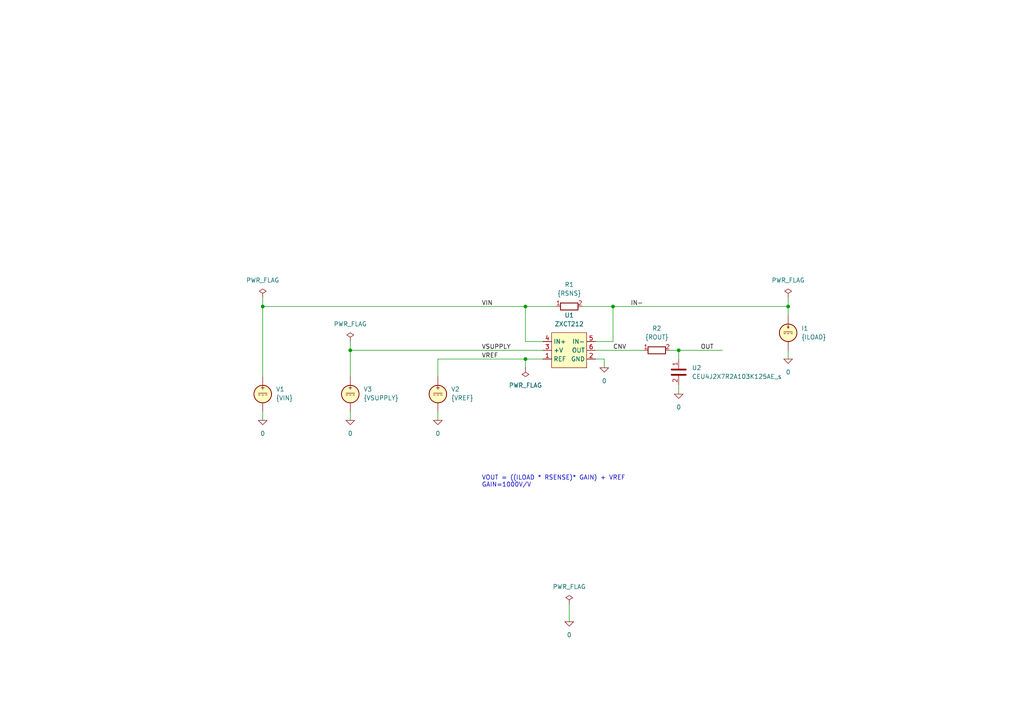
<source format=kicad_sch>
(kicad_sch
	(version 20250114)
	(generator "eeschema")
	(generator_version "9.0")
	(uuid "981ff9ae-2cfa-4a49-acb4-4db879f181a0")
	(paper "A4")
	(title_block
		(title "26V, Zero-Drift, High-Precision Current Monitor. 1000V/V.")
		(date "2025-06-23")
		(rev "1")
		(company "astroelectronic@")
		(comment 1 "-")
		(comment 2 "-")
		(comment 3 "-")
		(comment 4 "AE01001212")
	)
	(lib_symbols
		(symbol "ZXCT212:0"
			(power)
			(pin_numbers
				(hide yes)
			)
			(pin_names
				(offset 0)
				(hide yes)
			)
			(exclude_from_sim no)
			(in_bom yes)
			(on_board yes)
			(property "Reference" "#GND"
				(at 0 -5.08 0)
				(effects
					(font
						(size 1.27 1.27)
					)
					(hide yes)
				)
			)
			(property "Value" "0"
				(at 0 -2.54 0)
				(effects
					(font
						(size 1.27 1.27)
					)
				)
			)
			(property "Footprint" ""
				(at 0 0 0)
				(effects
					(font
						(size 1.27 1.27)
					)
					(hide yes)
				)
			)
			(property "Datasheet" "https://ngspice.sourceforge.io/docs/ngspice-html-manual/manual.xhtml#subsec_Circuit_elements__device"
				(at 0 -10.16 0)
				(effects
					(font
						(size 1.27 1.27)
					)
					(hide yes)
				)
			)
			(property "Description" "0V reference potential for simulation"
				(at 0 -7.62 0)
				(effects
					(font
						(size 1.27 1.27)
					)
					(hide yes)
				)
			)
			(property "ki_keywords" "simulation"
				(at 0 0 0)
				(effects
					(font
						(size 1.27 1.27)
					)
					(hide yes)
				)
			)
			(symbol "0_0_1"
				(polyline
					(pts
						(xy -1.27 0) (xy 0 -1.27) (xy 1.27 0) (xy -1.27 0)
					)
					(stroke
						(width 0)
						(type default)
					)
					(fill
						(type none)
					)
				)
			)
			(symbol "0_1_1"
				(pin power_in line
					(at 0 0 0)
					(length 0)
					(name "~"
						(effects
							(font
								(size 1.016 1.016)
							)
						)
					)
					(number "1"
						(effects
							(font
								(size 1.016 1.016)
							)
						)
					)
				)
			)
			(embedded_fonts no)
		)
		(symbol "ZXCT212:C"
			(pin_names
				(offset 0.254)
				(hide yes)
			)
			(exclude_from_sim no)
			(in_bom yes)
			(on_board yes)
			(property "Reference" "C"
				(at 0.635 2.54 0)
				(effects
					(font
						(size 1.27 1.27)
					)
					(justify left)
				)
			)
			(property "Value" "C"
				(at 0.635 -2.54 0)
				(effects
					(font
						(size 1.27 1.27)
					)
					(justify left)
				)
			)
			(property "Footprint" ""
				(at 0.9652 -3.81 0)
				(effects
					(font
						(size 1.27 1.27)
					)
					(hide yes)
				)
			)
			(property "Datasheet" "~"
				(at 0 0 0)
				(effects
					(font
						(size 1.27 1.27)
					)
					(hide yes)
				)
			)
			(property "Description" "Unpolarized capacitor"
				(at 0 0 0)
				(effects
					(font
						(size 1.27 1.27)
					)
					(hide yes)
				)
			)
			(property "ki_keywords" "cap capacitor"
				(at 0 0 0)
				(effects
					(font
						(size 1.27 1.27)
					)
					(hide yes)
				)
			)
			(property "ki_fp_filters" "C_*"
				(at 0 0 0)
				(effects
					(font
						(size 1.27 1.27)
					)
					(hide yes)
				)
			)
			(symbol "C_0_1"
				(polyline
					(pts
						(xy -2.032 0.762) (xy 2.032 0.762)
					)
					(stroke
						(width 0.508)
						(type default)
					)
					(fill
						(type none)
					)
				)
				(polyline
					(pts
						(xy -2.032 -0.762) (xy 2.032 -0.762)
					)
					(stroke
						(width 0.508)
						(type default)
					)
					(fill
						(type none)
					)
				)
			)
			(symbol "C_1_1"
				(pin passive line
					(at 0 3.81 270)
					(length 2.794)
					(name "~"
						(effects
							(font
								(size 1.27 1.27)
							)
						)
					)
					(number "1"
						(effects
							(font
								(size 1.27 1.27)
							)
						)
					)
				)
				(pin passive line
					(at 0 -3.81 90)
					(length 2.794)
					(name "~"
						(effects
							(font
								(size 1.27 1.27)
							)
						)
					)
					(number "2"
						(effects
							(font
								(size 1.27 1.27)
							)
						)
					)
				)
			)
			(embedded_fonts no)
		)
		(symbol "ZXCT212:IDC"
			(pin_numbers
				(hide yes)
			)
			(pin_names
				(offset 0.0254)
			)
			(exclude_from_sim no)
			(in_bom yes)
			(on_board yes)
			(property "Reference" "I"
				(at 2.54 2.54 0)
				(effects
					(font
						(size 1.27 1.27)
					)
					(justify left)
				)
			)
			(property "Value" "1"
				(at 2.54 0 0)
				(effects
					(font
						(size 1.27 1.27)
					)
					(justify left)
				)
			)
			(property "Footprint" ""
				(at 0 0 0)
				(effects
					(font
						(size 1.27 1.27)
					)
					(hide yes)
				)
			)
			(property "Datasheet" "https://ngspice.sourceforge.io/docs/ngspice-html-manual/manual.xhtml#sec_Independent_Sources_for"
				(at 0 0 0)
				(effects
					(font
						(size 1.27 1.27)
					)
					(hide yes)
				)
			)
			(property "Description" "Current source, DC"
				(at 0 0 0)
				(effects
					(font
						(size 1.27 1.27)
					)
					(hide yes)
				)
			)
			(property "Sim.Pins" "1=+ 2=-"
				(at 0 0 0)
				(effects
					(font
						(size 1.27 1.27)
					)
					(hide yes)
				)
			)
			(property "Sim.Type" "DC"
				(at 0 0 0)
				(effects
					(font
						(size 1.27 1.27)
					)
					(hide yes)
				)
			)
			(property "Sim.Device" "I"
				(at 0 0 0)
				(effects
					(font
						(size 1.27 1.27)
					)
					(hide yes)
				)
			)
			(property "ki_keywords" "simulation"
				(at 0 0 0)
				(effects
					(font
						(size 1.27 1.27)
					)
					(hide yes)
				)
			)
			(symbol "IDC_0_0"
				(polyline
					(pts
						(xy -1.27 0.254) (xy 1.27 0.254)
					)
					(stroke
						(width 0)
						(type default)
					)
					(fill
						(type none)
					)
				)
				(polyline
					(pts
						(xy -0.762 -0.254) (xy -1.27 -0.254)
					)
					(stroke
						(width 0)
						(type default)
					)
					(fill
						(type none)
					)
				)
				(polyline
					(pts
						(xy 0.254 -0.254) (xy -0.254 -0.254)
					)
					(stroke
						(width 0)
						(type default)
					)
					(fill
						(type none)
					)
				)
				(polyline
					(pts
						(xy 1.27 -0.254) (xy 0.762 -0.254)
					)
					(stroke
						(width 0)
						(type default)
					)
					(fill
						(type none)
					)
				)
			)
			(symbol "IDC_0_1"
				(polyline
					(pts
						(xy -0.254 1.778) (xy 0 1.27) (xy 0.254 1.778)
					)
					(stroke
						(width 0)
						(type default)
					)
					(fill
						(type none)
					)
				)
				(polyline
					(pts
						(xy 0 1.27) (xy 0 2.286)
					)
					(stroke
						(width 0)
						(type default)
					)
					(fill
						(type none)
					)
				)
				(circle
					(center 0 0)
					(radius 2.54)
					(stroke
						(width 0.254)
						(type default)
					)
					(fill
						(type background)
					)
				)
			)
			(symbol "IDC_1_1"
				(pin passive line
					(at 0 5.08 270)
					(length 2.54)
					(name "~"
						(effects
							(font
								(size 1.27 1.27)
							)
						)
					)
					(number "1"
						(effects
							(font
								(size 1.27 1.27)
							)
						)
					)
				)
				(pin passive line
					(at 0 -5.08 90)
					(length 2.54)
					(name "~"
						(effects
							(font
								(size 1.27 1.27)
							)
						)
					)
					(number "2"
						(effects
							(font
								(size 1.27 1.27)
							)
						)
					)
				)
			)
			(embedded_fonts no)
		)
		(symbol "ZXCT212:PWR_FLAG"
			(power)
			(pin_numbers
				(hide yes)
			)
			(pin_names
				(offset 0)
				(hide yes)
			)
			(exclude_from_sim no)
			(in_bom yes)
			(on_board yes)
			(property "Reference" "#FLG"
				(at 0 1.905 0)
				(effects
					(font
						(size 1.27 1.27)
					)
					(hide yes)
				)
			)
			(property "Value" "PWR_FLAG"
				(at 0 3.81 0)
				(effects
					(font
						(size 1.27 1.27)
					)
				)
			)
			(property "Footprint" ""
				(at 0 0 0)
				(effects
					(font
						(size 1.27 1.27)
					)
					(hide yes)
				)
			)
			(property "Datasheet" "~"
				(at 0 0 0)
				(effects
					(font
						(size 1.27 1.27)
					)
					(hide yes)
				)
			)
			(property "Description" "Special symbol for telling ERC where power comes from"
				(at 0 0 0)
				(effects
					(font
						(size 1.27 1.27)
					)
					(hide yes)
				)
			)
			(property "ki_keywords" "flag power"
				(at 0 0 0)
				(effects
					(font
						(size 1.27 1.27)
					)
					(hide yes)
				)
			)
			(symbol "PWR_FLAG_0_0"
				(pin power_out line
					(at 0 0 90)
					(length 0)
					(name "~"
						(effects
							(font
								(size 1.27 1.27)
							)
						)
					)
					(number "1"
						(effects
							(font
								(size 1.27 1.27)
							)
						)
					)
				)
			)
			(symbol "PWR_FLAG_0_1"
				(polyline
					(pts
						(xy 0 0) (xy 0 1.27) (xy -1.016 1.905) (xy 0 2.54) (xy 1.016 1.905) (xy 0 1.27)
					)
					(stroke
						(width 0)
						(type default)
					)
					(fill
						(type none)
					)
				)
			)
			(embedded_fonts no)
		)
		(symbol "ZXCT212:R"
			(pin_names
				(offset 0)
				(hide yes)
			)
			(exclude_from_sim no)
			(in_bom yes)
			(on_board yes)
			(property "Reference" "R"
				(at 2.032 0 90)
				(effects
					(font
						(size 1.27 1.27)
					)
				)
			)
			(property "Value" "R"
				(at 0 0 90)
				(effects
					(font
						(size 1.27 1.27)
					)
				)
			)
			(property "Footprint" ""
				(at -1.778 0 90)
				(effects
					(font
						(size 1.27 1.27)
					)
					(hide yes)
				)
			)
			(property "Datasheet" "~"
				(at 0 0 0)
				(effects
					(font
						(size 1.27 1.27)
					)
					(hide yes)
				)
			)
			(property "Description" "Resistor"
				(at 0 0 0)
				(effects
					(font
						(size 1.27 1.27)
					)
					(hide yes)
				)
			)
			(property "ki_keywords" "R res resistor"
				(at 0 0 0)
				(effects
					(font
						(size 1.27 1.27)
					)
					(hide yes)
				)
			)
			(property "ki_fp_filters" "R_*"
				(at 0 0 0)
				(effects
					(font
						(size 1.27 1.27)
					)
					(hide yes)
				)
			)
			(symbol "R_0_1"
				(rectangle
					(start -1.016 -2.54)
					(end 1.016 2.54)
					(stroke
						(width 0.254)
						(type default)
					)
					(fill
						(type none)
					)
				)
			)
			(symbol "R_1_1"
				(pin passive line
					(at 0 3.81 270)
					(length 1.27)
					(name "~"
						(effects
							(font
								(size 1.27 1.27)
							)
						)
					)
					(number "1"
						(effects
							(font
								(size 1.27 1.27)
							)
						)
					)
				)
				(pin passive line
					(at 0 -3.81 90)
					(length 1.27)
					(name "~"
						(effects
							(font
								(size 1.27 1.27)
							)
						)
					)
					(number "2"
						(effects
							(font
								(size 1.27 1.27)
							)
						)
					)
				)
			)
			(embedded_fonts no)
		)
		(symbol "ZXCT212:VDC"
			(pin_numbers
				(hide yes)
			)
			(pin_names
				(offset 0.0254)
			)
			(exclude_from_sim no)
			(in_bom yes)
			(on_board yes)
			(property "Reference" "V"
				(at 2.54 2.54 0)
				(effects
					(font
						(size 1.27 1.27)
					)
					(justify left)
				)
			)
			(property "Value" "1"
				(at 2.54 0 0)
				(effects
					(font
						(size 1.27 1.27)
					)
					(justify left)
				)
			)
			(property "Footprint" ""
				(at 0 0 0)
				(effects
					(font
						(size 1.27 1.27)
					)
					(hide yes)
				)
			)
			(property "Datasheet" "https://ngspice.sourceforge.io/docs/ngspice-html-manual/manual.xhtml#sec_Independent_Sources_for"
				(at 0 0 0)
				(effects
					(font
						(size 1.27 1.27)
					)
					(hide yes)
				)
			)
			(property "Description" "Voltage source, DC"
				(at 0 0 0)
				(effects
					(font
						(size 1.27 1.27)
					)
					(hide yes)
				)
			)
			(property "Sim.Pins" "1=+ 2=-"
				(at 0 0 0)
				(effects
					(font
						(size 1.27 1.27)
					)
					(hide yes)
				)
			)
			(property "Sim.Type" "DC"
				(at 0 0 0)
				(effects
					(font
						(size 1.27 1.27)
					)
					(hide yes)
				)
			)
			(property "Sim.Device" "V"
				(at 0 0 0)
				(effects
					(font
						(size 1.27 1.27)
					)
					(justify left)
					(hide yes)
				)
			)
			(property "ki_keywords" "simulation"
				(at 0 0 0)
				(effects
					(font
						(size 1.27 1.27)
					)
					(hide yes)
				)
			)
			(symbol "VDC_0_0"
				(polyline
					(pts
						(xy -1.27 0.254) (xy 1.27 0.254)
					)
					(stroke
						(width 0)
						(type default)
					)
					(fill
						(type none)
					)
				)
				(polyline
					(pts
						(xy -0.762 -0.254) (xy -1.27 -0.254)
					)
					(stroke
						(width 0)
						(type default)
					)
					(fill
						(type none)
					)
				)
				(polyline
					(pts
						(xy 0.254 -0.254) (xy -0.254 -0.254)
					)
					(stroke
						(width 0)
						(type default)
					)
					(fill
						(type none)
					)
				)
				(polyline
					(pts
						(xy 1.27 -0.254) (xy 0.762 -0.254)
					)
					(stroke
						(width 0)
						(type default)
					)
					(fill
						(type none)
					)
				)
				(text "+"
					(at 0 1.905 0)
					(effects
						(font
							(size 1.27 1.27)
						)
					)
				)
			)
			(symbol "VDC_0_1"
				(circle
					(center 0 0)
					(radius 2.54)
					(stroke
						(width 0.254)
						(type default)
					)
					(fill
						(type background)
					)
				)
			)
			(symbol "VDC_1_1"
				(pin passive line
					(at 0 5.08 270)
					(length 2.54)
					(name "~"
						(effects
							(font
								(size 1.27 1.27)
							)
						)
					)
					(number "1"
						(effects
							(font
								(size 1.27 1.27)
							)
						)
					)
				)
				(pin passive line
					(at 0 -5.08 90)
					(length 2.54)
					(name "~"
						(effects
							(font
								(size 1.27 1.27)
							)
						)
					)
					(number "2"
						(effects
							(font
								(size 1.27 1.27)
							)
						)
					)
				)
			)
			(embedded_fonts no)
		)
		(symbol "ZXCT212:ZXCT212"
			(exclude_from_sim no)
			(in_bom yes)
			(on_board yes)
			(property "Reference" "U"
				(at 0 8.636 0)
				(effects
					(font
						(size 1.27 1.27)
					)
				)
			)
			(property "Value" "ZXCT212"
				(at 0 6.35 0)
				(effects
					(font
						(size 1.27 1.27)
					)
				)
			)
			(property "Footprint" ""
				(at 0 0 0)
				(effects
					(font
						(size 1.27 1.27)
					)
					(hide yes)
				)
			)
			(property "Datasheet" ""
				(at 0 0 0)
				(effects
					(font
						(size 1.27 1.27)
					)
					(hide yes)
				)
			)
			(property "Description" ""
				(at 0 0 0)
				(effects
					(font
						(size 1.27 1.27)
					)
					(hide yes)
				)
			)
			(symbol "ZXCT212_1_1"
				(rectangle
					(start -5.08 5.08)
					(end 5.08 -5.08)
					(stroke
						(width 0)
						(type solid)
					)
					(fill
						(type background)
					)
				)
				(pin passive line
					(at -7.62 2.54 0)
					(length 2.54)
					(name "IN+"
						(effects
							(font
								(size 1.27 1.27)
							)
						)
					)
					(number "4"
						(effects
							(font
								(size 1.27 1.27)
							)
						)
					)
				)
				(pin passive line
					(at -7.62 0 0)
					(length 2.54)
					(name "+V"
						(effects
							(font
								(size 1.27 1.27)
							)
						)
					)
					(number "3"
						(effects
							(font
								(size 1.27 1.27)
							)
						)
					)
				)
				(pin passive line
					(at -7.62 -2.54 0)
					(length 2.54)
					(name "REF"
						(effects
							(font
								(size 1.27 1.27)
							)
						)
					)
					(number "1"
						(effects
							(font
								(size 1.27 1.27)
							)
						)
					)
				)
				(pin passive line
					(at 7.62 2.54 180)
					(length 2.54)
					(name "IN-"
						(effects
							(font
								(size 1.27 1.27)
							)
						)
					)
					(number "5"
						(effects
							(font
								(size 1.27 1.27)
							)
						)
					)
				)
				(pin passive line
					(at 7.62 0 180)
					(length 2.54)
					(name "OUT"
						(effects
							(font
								(size 1.27 1.27)
							)
						)
					)
					(number "6"
						(effects
							(font
								(size 1.27 1.27)
							)
						)
					)
				)
				(pin passive line
					(at 7.62 -2.54 180)
					(length 2.54)
					(name "GND"
						(effects
							(font
								(size 1.27 1.27)
							)
						)
					)
					(number "2"
						(effects
							(font
								(size 1.27 1.27)
							)
						)
					)
				)
			)
			(embedded_fonts no)
		)
	)
	(text "VOUT = ((ILOAD * RSENSE)* GAIN) + VREF\nGAIN=1000V/V"
		(exclude_from_sim no)
		(at 139.7 139.7 0)
		(effects
			(font
				(size 1.27 1.27)
			)
			(justify left)
		)
		(uuid "6fcb0ea6-ae3f-4cd9-b951-a965147ee11a")
	)
	(junction
		(at 101.6 101.6)
		(diameter 0)
		(color 0 0 0 0)
		(uuid "17d3ce86-62f2-4dc7-954c-cf324ce409c6")
	)
	(junction
		(at 177.8 88.9)
		(diameter 0)
		(color 0 0 0 0)
		(uuid "3e716419-7dd9-4795-b719-0593342994af")
	)
	(junction
		(at 228.6 88.9)
		(diameter 0)
		(color 0 0 0 0)
		(uuid "3eb441d3-d684-48c2-af3f-3e46a2096f35")
	)
	(junction
		(at 196.85 101.6)
		(diameter 0)
		(color 0 0 0 0)
		(uuid "6a559c88-9dba-42f2-97a4-beaf12f568a8")
	)
	(junction
		(at 76.2 88.9)
		(diameter 0)
		(color 0 0 0 0)
		(uuid "dae68341-6819-42f0-bf39-5383fb3c050b")
	)
	(junction
		(at 152.4 88.9)
		(diameter 0)
		(color 0 0 0 0)
		(uuid "ef7b06ae-92b4-47a2-bea5-b538742231a8")
	)
	(junction
		(at 152.4 104.14)
		(diameter 0)
		(color 0 0 0 0)
		(uuid "f2f3e00f-a700-47f4-b265-48090282189e")
	)
	(wire
		(pts
			(xy 101.6 101.6) (xy 157.48 101.6)
		)
		(stroke
			(width 0)
			(type default)
		)
		(uuid "0d12567a-808a-4213-bdc5-256e48e9d432")
	)
	(wire
		(pts
			(xy 165.1 175.26) (xy 165.1 180.34)
		)
		(stroke
			(width 0)
			(type default)
		)
		(uuid "12de29be-1b47-4128-84b7-b22abea284e7")
	)
	(wire
		(pts
			(xy 101.6 99.06) (xy 101.6 101.6)
		)
		(stroke
			(width 0)
			(type default)
		)
		(uuid "1a880b4b-a0a5-429f-8f30-13cba8e9b01e")
	)
	(wire
		(pts
			(xy 196.85 101.6) (xy 196.85 104.14)
		)
		(stroke
			(width 0)
			(type default)
		)
		(uuid "21661423-3c19-45e5-9e23-8bfb4186bd71")
	)
	(wire
		(pts
			(xy 177.8 99.06) (xy 177.8 88.9)
		)
		(stroke
			(width 0)
			(type default)
		)
		(uuid "3e8da7b3-9a55-4b20-a78b-d9d533461b73")
	)
	(wire
		(pts
			(xy 228.6 88.9) (xy 228.6 91.44)
		)
		(stroke
			(width 0)
			(type default)
		)
		(uuid "41c1114f-d731-4fe4-8b8b-8734074f1822")
	)
	(wire
		(pts
			(xy 194.31 101.6) (xy 196.85 101.6)
		)
		(stroke
			(width 0)
			(type default)
		)
		(uuid "4640ca11-19d3-45a4-bb73-5e1881e180fe")
	)
	(wire
		(pts
			(xy 127 119.38) (xy 127 121.92)
		)
		(stroke
			(width 0)
			(type default)
		)
		(uuid "5058f090-f959-4253-9972-d41ab0cbcb05")
	)
	(wire
		(pts
			(xy 127 104.14) (xy 152.4 104.14)
		)
		(stroke
			(width 0)
			(type default)
		)
		(uuid "5135c727-596f-48e6-bee3-d655556539c5")
	)
	(wire
		(pts
			(xy 76.2 119.38) (xy 76.2 121.92)
		)
		(stroke
			(width 0)
			(type default)
		)
		(uuid "5761f0dc-2b0b-49ab-975f-79f62f8607df")
	)
	(wire
		(pts
			(xy 152.4 104.14) (xy 157.48 104.14)
		)
		(stroke
			(width 0)
			(type default)
		)
		(uuid "5c3be94d-29f0-40f0-bbd1-bf7749ee4960")
	)
	(wire
		(pts
			(xy 101.6 119.38) (xy 101.6 121.92)
		)
		(stroke
			(width 0)
			(type default)
		)
		(uuid "6b38f3cd-c6f8-48b6-b50f-4990eb8d67c9")
	)
	(wire
		(pts
			(xy 228.6 101.6) (xy 228.6 104.14)
		)
		(stroke
			(width 0)
			(type default)
		)
		(uuid "6c67b911-e595-4d48-a216-c9ac19cd9044")
	)
	(wire
		(pts
			(xy 127 104.14) (xy 127 109.22)
		)
		(stroke
			(width 0)
			(type default)
		)
		(uuid "6e8daf17-557d-4b01-b496-0fb3bda59da7")
	)
	(wire
		(pts
			(xy 76.2 88.9) (xy 76.2 109.22)
		)
		(stroke
			(width 0)
			(type default)
		)
		(uuid "76c82cd2-c5aa-42eb-98ac-abe2f7b9d260")
	)
	(wire
		(pts
			(xy 172.72 101.6) (xy 186.69 101.6)
		)
		(stroke
			(width 0)
			(type default)
		)
		(uuid "7c7e8154-c684-4401-b04e-51e2d474ca15")
	)
	(wire
		(pts
			(xy 228.6 86.36) (xy 228.6 88.9)
		)
		(stroke
			(width 0)
			(type default)
		)
		(uuid "7e52453b-f99c-4502-b0b5-7df1fe1b15f2")
	)
	(wire
		(pts
			(xy 76.2 88.9) (xy 152.4 88.9)
		)
		(stroke
			(width 0)
			(type default)
		)
		(uuid "81bd6bac-7833-4701-b606-61cc3510140d")
	)
	(wire
		(pts
			(xy 196.85 111.76) (xy 196.85 114.3)
		)
		(stroke
			(width 0)
			(type default)
		)
		(uuid "83b0b982-d1d7-422d-b192-ac3e9c12026f")
	)
	(wire
		(pts
			(xy 152.4 104.14) (xy 152.4 106.68)
		)
		(stroke
			(width 0)
			(type default)
		)
		(uuid "83b1f381-ca14-4cb4-a3d6-220a4416306f")
	)
	(wire
		(pts
			(xy 175.26 106.68) (xy 175.26 104.14)
		)
		(stroke
			(width 0)
			(type default)
		)
		(uuid "871eb679-3761-498f-bd5f-197475f38a91")
	)
	(wire
		(pts
			(xy 152.4 99.06) (xy 152.4 88.9)
		)
		(stroke
			(width 0)
			(type default)
		)
		(uuid "882b1417-c7d7-4677-ace6-ab2442ab793a")
	)
	(wire
		(pts
			(xy 177.8 88.9) (xy 168.91 88.9)
		)
		(stroke
			(width 0)
			(type default)
		)
		(uuid "8c505edb-a4c5-49ba-9d2b-9153bdc579e9")
	)
	(wire
		(pts
			(xy 157.48 99.06) (xy 152.4 99.06)
		)
		(stroke
			(width 0)
			(type default)
		)
		(uuid "98fe6eec-9ada-42cc-89bb-9426dab8604c")
	)
	(wire
		(pts
			(xy 172.72 99.06) (xy 177.8 99.06)
		)
		(stroke
			(width 0)
			(type default)
		)
		(uuid "ab1748cd-9780-4293-8937-3390dd9f5ebe")
	)
	(wire
		(pts
			(xy 76.2 86.36) (xy 76.2 88.9)
		)
		(stroke
			(width 0)
			(type default)
		)
		(uuid "b8ac15ed-c7c5-4517-8fb0-f60fc3b4e56c")
	)
	(wire
		(pts
			(xy 177.8 88.9) (xy 228.6 88.9)
		)
		(stroke
			(width 0)
			(type default)
		)
		(uuid "d3e308f5-ed43-4039-84cb-4fe80cf0bd5f")
	)
	(wire
		(pts
			(xy 175.26 104.14) (xy 172.72 104.14)
		)
		(stroke
			(width 0)
			(type default)
		)
		(uuid "de2174e2-aaec-4178-9c5d-29fc95638968")
	)
	(wire
		(pts
			(xy 196.85 101.6) (xy 209.55 101.6)
		)
		(stroke
			(width 0)
			(type default)
		)
		(uuid "e427926f-e7ca-4759-9386-866e8a93737b")
	)
	(wire
		(pts
			(xy 101.6 101.6) (xy 101.6 109.22)
		)
		(stroke
			(width 0)
			(type default)
		)
		(uuid "e8ff1cd2-43db-480e-9c6b-5524c23aa4ca")
	)
	(wire
		(pts
			(xy 152.4 88.9) (xy 161.29 88.9)
		)
		(stroke
			(width 0)
			(type default)
		)
		(uuid "f4cec585-ee02-4826-82f8-e70fd9acc243")
	)
	(label "IN-"
		(at 182.88 88.9 0)
		(effects
			(font
				(size 1.27 1.27)
			)
			(justify left bottom)
		)
		(uuid "260b5f8c-207a-48ae-a04a-52b825cfaa56")
	)
	(label "OUT"
		(at 203.2 101.6 0)
		(effects
			(font
				(size 1.27 1.27)
			)
			(justify left bottom)
		)
		(uuid "2bdb1419-f800-4517-88c0-ee67a363542d")
	)
	(label "VREF"
		(at 139.7 104.14 0)
		(effects
			(font
				(size 1.27 1.27)
			)
			(justify left bottom)
		)
		(uuid "2c545c84-227c-4cb1-b9c3-855883e8b185")
	)
	(label "CNV"
		(at 177.8 101.6 0)
		(effects
			(font
				(size 1.27 1.27)
			)
			(justify left bottom)
		)
		(uuid "37d60ec4-be4d-4701-8735-3de388222515")
	)
	(label "VIN"
		(at 139.7 88.9 0)
		(effects
			(font
				(size 1.27 1.27)
			)
			(justify left bottom)
		)
		(uuid "b4229890-5192-4ced-99ac-9f5468a02a59")
	)
	(label "VSUPPLY"
		(at 139.7 101.6 0)
		(effects
			(font
				(size 1.27 1.27)
			)
			(justify left bottom)
		)
		(uuid "f823b127-c2d6-4ab7-8890-5862aaab7257")
	)
	(symbol
		(lib_id "ZXCT212:R")
		(at 165.1 88.9 90)
		(unit 1)
		(exclude_from_sim no)
		(in_bom yes)
		(on_board yes)
		(dnp no)
		(fields_autoplaced yes)
		(uuid "0c7cd91c-c0e7-4c64-adc8-61d938c1cda4")
		(property "Reference" "R1"
			(at 165.1 82.55 90)
			(effects
				(font
					(size 1.27 1.27)
				)
			)
		)
		(property "Value" "{RSNS}"
			(at 165.1 85.09 90)
			(effects
				(font
					(size 1.27 1.27)
				)
			)
		)
		(property "Footprint" ""
			(at 165.1 90.678 90)
			(effects
				(font
					(size 1.27 1.27)
				)
				(hide yes)
			)
		)
		(property "Datasheet" "~"
			(at 165.1 88.9 0)
			(effects
				(font
					(size 1.27 1.27)
				)
				(hide yes)
			)
		)
		(property "Description" "Resistor"
			(at 165.1 88.9 0)
			(effects
				(font
					(size 1.27 1.27)
				)
				(hide yes)
			)
		)
		(pin "2"
			(uuid "f3f21b90-08da-4eb0-bd89-61f241db5ebd")
		)
		(pin "1"
			(uuid "c0e3f967-b0f6-46f1-a443-dc201580d94e")
		)
		(instances
			(project "ZXCT212"
				(path "/981ff9ae-2cfa-4a49-acb4-4db879f181a0"
					(reference "R1")
					(unit 1)
				)
			)
		)
	)
	(symbol
		(lib_id "ZXCT212:0")
		(at 175.26 106.68 0)
		(unit 1)
		(exclude_from_sim no)
		(in_bom yes)
		(on_board yes)
		(dnp no)
		(fields_autoplaced yes)
		(uuid "1131f058-b6cd-40f2-aa93-900d693e5a89")
		(property "Reference" "#GND03"
			(at 175.26 111.76 0)
			(effects
				(font
					(size 1.27 1.27)
				)
				(hide yes)
			)
		)
		(property "Value" "0"
			(at 175.26 110.49 0)
			(effects
				(font
					(size 1.27 1.27)
				)
			)
		)
		(property "Footprint" ""
			(at 175.26 106.68 0)
			(effects
				(font
					(size 1.27 1.27)
				)
				(hide yes)
			)
		)
		(property "Datasheet" "https://ngspice.sourceforge.io/docs/ngspice-html-manual/manual.xhtml#subsec_Circuit_elements__device"
			(at 175.26 116.84 0)
			(effects
				(font
					(size 1.27 1.27)
				)
				(hide yes)
			)
		)
		(property "Description" "0V reference potential for simulation"
			(at 175.26 114.3 0)
			(effects
				(font
					(size 1.27 1.27)
				)
				(hide yes)
			)
		)
		(pin "1"
			(uuid "98fc72b7-5733-4bb5-b7ae-146d94d91e07")
		)
		(instances
			(project "ZXCT212"
				(path "/981ff9ae-2cfa-4a49-acb4-4db879f181a0"
					(reference "#GND03")
					(unit 1)
				)
			)
		)
	)
	(symbol
		(lib_id "ZXCT212:VDC")
		(at 101.6 114.3 0)
		(unit 1)
		(exclude_from_sim no)
		(in_bom yes)
		(on_board yes)
		(dnp no)
		(fields_autoplaced yes)
		(uuid "305af13e-e1c2-412b-ad8f-1e8c021c7630")
		(property "Reference" "V3"
			(at 105.41 112.9001 0)
			(effects
				(font
					(size 1.27 1.27)
				)
				(justify left)
			)
		)
		(property "Value" "{VSUPPLY}"
			(at 105.41 115.4401 0)
			(effects
				(font
					(size 1.27 1.27)
				)
				(justify left)
			)
		)
		(property "Footprint" ""
			(at 101.6 114.3 0)
			(effects
				(font
					(size 1.27 1.27)
				)
				(hide yes)
			)
		)
		(property "Datasheet" "https://ngspice.sourceforge.io/docs/ngspice-html-manual/manual.xhtml#sec_Independent_Sources_for"
			(at 101.6 114.3 0)
			(effects
				(font
					(size 1.27 1.27)
				)
				(hide yes)
			)
		)
		(property "Description" "Voltage source, DC"
			(at 101.6 114.3 0)
			(effects
				(font
					(size 1.27 1.27)
				)
				(hide yes)
			)
		)
		(property "Sim.Pins" "1=+ 2=-"
			(at 101.6 114.3 0)
			(effects
				(font
					(size 1.27 1.27)
				)
				(hide yes)
			)
		)
		(property "Sim.Type" "DC"
			(at 101.6 114.3 0)
			(effects
				(font
					(size 1.27 1.27)
				)
				(hide yes)
			)
		)
		(property "Sim.Device" "V"
			(at 101.6 114.3 0)
			(effects
				(font
					(size 1.27 1.27)
				)
				(justify left)
				(hide yes)
			)
		)
		(pin "1"
			(uuid "3ac4f2dd-88d2-4d82-a1be-5bf43375448a")
		)
		(pin "2"
			(uuid "e93c9aef-7d62-43a0-81c0-7536d160ee4d")
		)
		(instances
			(project "ZXCT212"
				(path "/981ff9ae-2cfa-4a49-acb4-4db879f181a0"
					(reference "V3")
					(unit 1)
				)
			)
		)
	)
	(symbol
		(lib_id "ZXCT212:ZXCT212")
		(at 165.1 101.6 0)
		(unit 1)
		(exclude_from_sim no)
		(in_bom yes)
		(on_board yes)
		(dnp no)
		(fields_autoplaced yes)
		(uuid "38921144-9da4-4c6c-a4d7-5fb5d90d1550")
		(property "Reference" "U1"
			(at 165.1 91.44 0)
			(effects
				(font
					(size 1.27 1.27)
				)
			)
		)
		(property "Value" "ZXCT212"
			(at 165.1 93.98 0)
			(effects
				(font
					(size 1.27 1.27)
				)
			)
		)
		(property "Footprint" ""
			(at 165.1 101.6 0)
			(effects
				(font
					(size 1.27 1.27)
				)
				(hide yes)
			)
		)
		(property "Datasheet" ""
			(at 165.1 101.6 0)
			(effects
				(font
					(size 1.27 1.27)
				)
				(hide yes)
			)
		)
		(property "Description" ""
			(at 165.1 101.6 0)
			(effects
				(font
					(size 1.27 1.27)
				)
				(hide yes)
			)
		)
		(property "Sim.Library" "ZXCT212.LIB"
			(at 165.1 101.6 0)
			(effects
				(font
					(size 1.27 1.27)
				)
				(hide yes)
			)
		)
		(property "Sim.Name" "ZXCT212"
			(at 165.1 101.6 0)
			(effects
				(font
					(size 1.27 1.27)
				)
				(hide yes)
			)
		)
		(property "Sim.Device" "SUBCKT"
			(at 165.1 101.6 0)
			(effects
				(font
					(size 1.27 1.27)
				)
				(hide yes)
			)
		)
		(property "Sim.Pins" "1=REF 2=GND 3=V+ 4=IN+ 5=IN- 6=OUT"
			(at 165.1 101.6 0)
			(effects
				(font
					(size 1.27 1.27)
				)
				(hide yes)
			)
		)
		(pin "1"
			(uuid "be562507-9140-4413-8171-9b219e2c6229")
		)
		(pin "5"
			(uuid "bbe46fa0-4917-4925-9b45-c8f2de1ff252")
		)
		(pin "6"
			(uuid "76ea590f-057c-498f-a56f-7c7c83dd97df")
		)
		(pin "3"
			(uuid "84e93558-0fb8-4d68-ad70-8409de0ea7de")
		)
		(pin "4"
			(uuid "386eac50-d972-4a04-9e21-ebc158f12937")
		)
		(pin "2"
			(uuid "4712b502-c337-4fb7-9b1a-f32a0a6708ee")
		)
		(instances
			(project ""
				(path "/981ff9ae-2cfa-4a49-acb4-4db879f181a0"
					(reference "U1")
					(unit 1)
				)
			)
		)
	)
	(symbol
		(lib_id "ZXCT212:R")
		(at 190.5 101.6 90)
		(unit 1)
		(exclude_from_sim no)
		(in_bom yes)
		(on_board yes)
		(dnp no)
		(fields_autoplaced yes)
		(uuid "433e41b9-94f5-4a9a-ab82-c3426a2f00d5")
		(property "Reference" "R2"
			(at 190.5 95.25 90)
			(effects
				(font
					(size 1.27 1.27)
				)
			)
		)
		(property "Value" "{ROUT}"
			(at 190.5 97.79 90)
			(effects
				(font
					(size 1.27 1.27)
				)
			)
		)
		(property "Footprint" ""
			(at 190.5 103.378 90)
			(effects
				(font
					(size 1.27 1.27)
				)
				(hide yes)
			)
		)
		(property "Datasheet" "~"
			(at 190.5 101.6 0)
			(effects
				(font
					(size 1.27 1.27)
				)
				(hide yes)
			)
		)
		(property "Description" "Resistor"
			(at 190.5 101.6 0)
			(effects
				(font
					(size 1.27 1.27)
				)
				(hide yes)
			)
		)
		(pin "1"
			(uuid "1ff46e8e-c297-454c-b2c3-e485f03ec0e0")
		)
		(pin "2"
			(uuid "22080368-1c3f-47a2-b5af-be61e27138ec")
		)
		(instances
			(project "ZXCT212"
				(path "/981ff9ae-2cfa-4a49-acb4-4db879f181a0"
					(reference "R2")
					(unit 1)
				)
			)
		)
	)
	(symbol
		(lib_id "ZXCT212:VDC")
		(at 127 114.3 0)
		(unit 1)
		(exclude_from_sim no)
		(in_bom yes)
		(on_board yes)
		(dnp no)
		(fields_autoplaced yes)
		(uuid "50c67927-cf69-4f2d-8485-0d6ab0f6578c")
		(property "Reference" "V2"
			(at 130.81 112.9001 0)
			(effects
				(font
					(size 1.27 1.27)
				)
				(justify left)
			)
		)
		(property "Value" "{VREF}"
			(at 130.81 115.4401 0)
			(effects
				(font
					(size 1.27 1.27)
				)
				(justify left)
			)
		)
		(property "Footprint" ""
			(at 127 114.3 0)
			(effects
				(font
					(size 1.27 1.27)
				)
				(hide yes)
			)
		)
		(property "Datasheet" "https://ngspice.sourceforge.io/docs/ngspice-html-manual/manual.xhtml#sec_Independent_Sources_for"
			(at 127 114.3 0)
			(effects
				(font
					(size 1.27 1.27)
				)
				(hide yes)
			)
		)
		(property "Description" "Voltage source, DC"
			(at 127 114.3 0)
			(effects
				(font
					(size 1.27 1.27)
				)
				(hide yes)
			)
		)
		(property "Sim.Pins" "1=+ 2=-"
			(at 127 114.3 0)
			(effects
				(font
					(size 1.27 1.27)
				)
				(hide yes)
			)
		)
		(property "Sim.Type" "DC"
			(at 127 114.3 0)
			(effects
				(font
					(size 1.27 1.27)
				)
				(hide yes)
			)
		)
		(property "Sim.Device" "V"
			(at 127 114.3 0)
			(effects
				(font
					(size 1.27 1.27)
				)
				(justify left)
				(hide yes)
			)
		)
		(pin "1"
			(uuid "3629ff4d-9bb1-48b4-be7f-b29f72b47046")
		)
		(pin "2"
			(uuid "eaf1f530-9dd1-4817-9fc2-1e9bc2d70c3a")
		)
		(instances
			(project "ZXCT212"
				(path "/981ff9ae-2cfa-4a49-acb4-4db879f181a0"
					(reference "V2")
					(unit 1)
				)
			)
		)
	)
	(symbol
		(lib_id "ZXCT212:C")
		(at 196.85 107.95 0)
		(unit 1)
		(exclude_from_sim no)
		(in_bom yes)
		(on_board yes)
		(dnp no)
		(fields_autoplaced yes)
		(uuid "55e7f736-2a84-4b0b-ad25-6cf0456dd4be")
		(property "Reference" "U2"
			(at 200.66 106.6799 0)
			(effects
				(font
					(size 1.27 1.27)
				)
				(justify left)
			)
		)
		(property "Value" "CEU4J2X7R2A103K125AE_s"
			(at 200.66 109.2199 0)
			(effects
				(font
					(size 1.27 1.27)
				)
				(justify left)
			)
		)
		(property "Footprint" ""
			(at 197.8152 111.76 0)
			(effects
				(font
					(size 1.27 1.27)
				)
				(hide yes)
			)
		)
		(property "Datasheet" "~"
			(at 196.85 107.95 0)
			(effects
				(font
					(size 1.27 1.27)
				)
				(hide yes)
			)
		)
		(property "Description" "Unpolarized capacitor"
			(at 196.85 107.95 0)
			(effects
				(font
					(size 1.27 1.27)
				)
				(hide yes)
			)
		)
		(property "Sim.Library" "CEU4J2X7R2A103K125AE_s.mod"
			(at 196.85 107.95 0)
			(effects
				(font
					(size 1.27 1.27)
				)
				(hide yes)
			)
		)
		(property "Sim.Name" "CEU4J2X7R2A103K125AE_s"
			(at 196.85 107.95 0)
			(effects
				(font
					(size 1.27 1.27)
				)
				(hide yes)
			)
		)
		(property "Sim.Device" "SUBCKT"
			(at 196.85 107.95 0)
			(effects
				(font
					(size 1.27 1.27)
				)
				(hide yes)
			)
		)
		(property "Sim.Pins" "1=n1 2=n2"
			(at 196.85 107.95 0)
			(effects
				(font
					(size 1.27 1.27)
				)
				(hide yes)
			)
		)
		(pin "1"
			(uuid "fb4d61ac-2e94-4233-8fd0-3d38e63a5754")
		)
		(pin "2"
			(uuid "01176ea5-5ba5-47ac-ac91-9a04e60d24de")
		)
		(instances
			(project "ZXCT212"
				(path "/981ff9ae-2cfa-4a49-acb4-4db879f181a0"
					(reference "U2")
					(unit 1)
				)
			)
		)
	)
	(symbol
		(lib_id "ZXCT212:PWR_FLAG")
		(at 101.6 99.06 0)
		(unit 1)
		(exclude_from_sim no)
		(in_bom yes)
		(on_board yes)
		(dnp no)
		(fields_autoplaced yes)
		(uuid "5d763938-ae1d-443c-8a6d-f7a0d87cbf62")
		(property "Reference" "#FLG02"
			(at 101.6 97.155 0)
			(effects
				(font
					(size 1.27 1.27)
				)
				(hide yes)
			)
		)
		(property "Value" "PWR_FLAG"
			(at 101.6 93.98 0)
			(effects
				(font
					(size 1.27 1.27)
				)
			)
		)
		(property "Footprint" ""
			(at 101.6 99.06 0)
			(effects
				(font
					(size 1.27 1.27)
				)
				(hide yes)
			)
		)
		(property "Datasheet" "~"
			(at 101.6 99.06 0)
			(effects
				(font
					(size 1.27 1.27)
				)
				(hide yes)
			)
		)
		(property "Description" "Special symbol for telling ERC where power comes from"
			(at 101.6 99.06 0)
			(effects
				(font
					(size 1.27 1.27)
				)
				(hide yes)
			)
		)
		(pin "1"
			(uuid "0475346e-99e2-428b-a6aa-b630ac36b211")
		)
		(instances
			(project "ZXCT212"
				(path "/981ff9ae-2cfa-4a49-acb4-4db879f181a0"
					(reference "#FLG02")
					(unit 1)
				)
			)
		)
	)
	(symbol
		(lib_id "ZXCT212:PWR_FLAG")
		(at 76.2 86.36 0)
		(unit 1)
		(exclude_from_sim no)
		(in_bom yes)
		(on_board yes)
		(dnp no)
		(fields_autoplaced yes)
		(uuid "6877cbd2-0b70-439d-a6ff-e01fbea1df65")
		(property "Reference" "#FLG01"
			(at 76.2 84.455 0)
			(effects
				(font
					(size 1.27 1.27)
				)
				(hide yes)
			)
		)
		(property "Value" "PWR_FLAG"
			(at 76.2 81.28 0)
			(effects
				(font
					(size 1.27 1.27)
				)
			)
		)
		(property "Footprint" ""
			(at 76.2 86.36 0)
			(effects
				(font
					(size 1.27 1.27)
				)
				(hide yes)
			)
		)
		(property "Datasheet" "~"
			(at 76.2 86.36 0)
			(effects
				(font
					(size 1.27 1.27)
				)
				(hide yes)
			)
		)
		(property "Description" "Special symbol for telling ERC where power comes from"
			(at 76.2 86.36 0)
			(effects
				(font
					(size 1.27 1.27)
				)
				(hide yes)
			)
		)
		(pin "1"
			(uuid "a52d5aaf-619d-4e0b-97c7-a1df07ce4ba8")
		)
		(instances
			(project "ZXCT212"
				(path "/981ff9ae-2cfa-4a49-acb4-4db879f181a0"
					(reference "#FLG01")
					(unit 1)
				)
			)
		)
	)
	(symbol
		(lib_id "ZXCT212:PWR_FLAG")
		(at 152.4 106.68 180)
		(unit 1)
		(exclude_from_sim no)
		(in_bom yes)
		(on_board yes)
		(dnp no)
		(fields_autoplaced yes)
		(uuid "6a26bc85-c794-42d7-a6ae-e554ab194063")
		(property "Reference" "#FLG05"
			(at 152.4 108.585 0)
			(effects
				(font
					(size 1.27 1.27)
				)
				(hide yes)
			)
		)
		(property "Value" "PWR_FLAG"
			(at 152.4 111.76 0)
			(effects
				(font
					(size 1.27 1.27)
				)
			)
		)
		(property "Footprint" ""
			(at 152.4 106.68 0)
			(effects
				(font
					(size 1.27 1.27)
				)
				(hide yes)
			)
		)
		(property "Datasheet" "~"
			(at 152.4 106.68 0)
			(effects
				(font
					(size 1.27 1.27)
				)
				(hide yes)
			)
		)
		(property "Description" "Special symbol for telling ERC where power comes from"
			(at 152.4 106.68 0)
			(effects
				(font
					(size 1.27 1.27)
				)
				(hide yes)
			)
		)
		(pin "1"
			(uuid "a48912e4-6956-42e0-bcf6-aea1a40b50c5")
		)
		(instances
			(project "ZXCT212"
				(path "/981ff9ae-2cfa-4a49-acb4-4db879f181a0"
					(reference "#FLG05")
					(unit 1)
				)
			)
		)
	)
	(symbol
		(lib_id "ZXCT212:PWR_FLAG")
		(at 228.6 86.36 0)
		(unit 1)
		(exclude_from_sim no)
		(in_bom yes)
		(on_board yes)
		(dnp no)
		(fields_autoplaced yes)
		(uuid "84ec9ae9-f4ff-4fc5-8167-4e7e207982e6")
		(property "Reference" "#FLG04"
			(at 228.6 84.455 0)
			(effects
				(font
					(size 1.27 1.27)
				)
				(hide yes)
			)
		)
		(property "Value" "PWR_FLAG"
			(at 228.6 81.28 0)
			(effects
				(font
					(size 1.27 1.27)
				)
			)
		)
		(property "Footprint" ""
			(at 228.6 86.36 0)
			(effects
				(font
					(size 1.27 1.27)
				)
				(hide yes)
			)
		)
		(property "Datasheet" "~"
			(at 228.6 86.36 0)
			(effects
				(font
					(size 1.27 1.27)
				)
				(hide yes)
			)
		)
		(property "Description" "Special symbol for telling ERC where power comes from"
			(at 228.6 86.36 0)
			(effects
				(font
					(size 1.27 1.27)
				)
				(hide yes)
			)
		)
		(pin "1"
			(uuid "bedce9d3-0ab1-4ef6-8b89-630468c5f933")
		)
		(instances
			(project "ZXCT212"
				(path "/981ff9ae-2cfa-4a49-acb4-4db879f181a0"
					(reference "#FLG04")
					(unit 1)
				)
			)
		)
	)
	(symbol
		(lib_id "ZXCT212:VDC")
		(at 76.2 114.3 0)
		(unit 1)
		(exclude_from_sim no)
		(in_bom yes)
		(on_board yes)
		(dnp no)
		(fields_autoplaced yes)
		(uuid "a39be161-e283-4196-a761-7f9aa1ceea86")
		(property "Reference" "V1"
			(at 80.01 112.9001 0)
			(effects
				(font
					(size 1.27 1.27)
				)
				(justify left)
			)
		)
		(property "Value" "{VIN}"
			(at 80.01 115.4401 0)
			(effects
				(font
					(size 1.27 1.27)
				)
				(justify left)
			)
		)
		(property "Footprint" ""
			(at 76.2 114.3 0)
			(effects
				(font
					(size 1.27 1.27)
				)
				(hide yes)
			)
		)
		(property "Datasheet" "https://ngspice.sourceforge.io/docs/ngspice-html-manual/manual.xhtml#sec_Independent_Sources_for"
			(at 76.2 114.3 0)
			(effects
				(font
					(size 1.27 1.27)
				)
				(hide yes)
			)
		)
		(property "Description" "Voltage source, DC"
			(at 76.2 114.3 0)
			(effects
				(font
					(size 1.27 1.27)
				)
				(hide yes)
			)
		)
		(property "Sim.Pins" "1=+ 2=-"
			(at 76.2 114.3 0)
			(effects
				(font
					(size 1.27 1.27)
				)
				(hide yes)
			)
		)
		(property "Sim.Type" "DC"
			(at 76.2 114.3 0)
			(effects
				(font
					(size 1.27 1.27)
				)
				(hide yes)
			)
		)
		(property "Sim.Device" "V"
			(at 76.2 114.3 0)
			(effects
				(font
					(size 1.27 1.27)
				)
				(justify left)
				(hide yes)
			)
		)
		(pin "1"
			(uuid "8ea64d18-b73d-4295-adf5-2d6f4d5ab4a9")
		)
		(pin "2"
			(uuid "575b301a-df1a-4219-9694-7fb1866a3af2")
		)
		(instances
			(project "ZXCT212"
				(path "/981ff9ae-2cfa-4a49-acb4-4db879f181a0"
					(reference "V1")
					(unit 1)
				)
			)
		)
	)
	(symbol
		(lib_id "ZXCT212:0")
		(at 76.2 121.92 0)
		(unit 1)
		(exclude_from_sim no)
		(in_bom yes)
		(on_board yes)
		(dnp no)
		(fields_autoplaced yes)
		(uuid "a70e14a0-6ea7-4cea-ae42-31484ac95e64")
		(property "Reference" "#GND01"
			(at 76.2 127 0)
			(effects
				(font
					(size 1.27 1.27)
				)
				(hide yes)
			)
		)
		(property "Value" "0"
			(at 76.2 125.73 0)
			(effects
				(font
					(size 1.27 1.27)
				)
			)
		)
		(property "Footprint" ""
			(at 76.2 121.92 0)
			(effects
				(font
					(size 1.27 1.27)
				)
				(hide yes)
			)
		)
		(property "Datasheet" "https://ngspice.sourceforge.io/docs/ngspice-html-manual/manual.xhtml#subsec_Circuit_elements__device"
			(at 76.2 132.08 0)
			(effects
				(font
					(size 1.27 1.27)
				)
				(hide yes)
			)
		)
		(property "Description" "0V reference potential for simulation"
			(at 76.2 129.54 0)
			(effects
				(font
					(size 1.27 1.27)
				)
				(hide yes)
			)
		)
		(pin "1"
			(uuid "900d7cbc-610d-441a-b297-30837db94881")
		)
		(instances
			(project "ZXCT212"
				(path "/981ff9ae-2cfa-4a49-acb4-4db879f181a0"
					(reference "#GND01")
					(unit 1)
				)
			)
		)
	)
	(symbol
		(lib_id "ZXCT212:IDC")
		(at 228.6 96.52 0)
		(unit 1)
		(exclude_from_sim no)
		(in_bom yes)
		(on_board yes)
		(dnp no)
		(fields_autoplaced yes)
		(uuid "afc11394-5285-4db2-a4f8-258abd6217ec")
		(property "Reference" "I1"
			(at 232.41 95.2499 0)
			(effects
				(font
					(size 1.27 1.27)
				)
				(justify left)
			)
		)
		(property "Value" "{ILOAD}"
			(at 232.41 97.7899 0)
			(effects
				(font
					(size 1.27 1.27)
				)
				(justify left)
			)
		)
		(property "Footprint" ""
			(at 228.6 96.52 0)
			(effects
				(font
					(size 1.27 1.27)
				)
				(hide yes)
			)
		)
		(property "Datasheet" "https://ngspice.sourceforge.io/docs/ngspice-html-manual/manual.xhtml#sec_Independent_Sources_for"
			(at 228.6 96.52 0)
			(effects
				(font
					(size 1.27 1.27)
				)
				(hide yes)
			)
		)
		(property "Description" "Current source, DC"
			(at 228.6 96.52 0)
			(effects
				(font
					(size 1.27 1.27)
				)
				(hide yes)
			)
		)
		(property "Sim.Pins" "1=+ 2=-"
			(at 228.6 96.52 0)
			(effects
				(font
					(size 1.27 1.27)
				)
				(hide yes)
			)
		)
		(property "Sim.Type" "DC"
			(at 228.6 96.52 0)
			(effects
				(font
					(size 1.27 1.27)
				)
				(hide yes)
			)
		)
		(property "Sim.Device" "I"
			(at 228.6 96.52 0)
			(effects
				(font
					(size 1.27 1.27)
				)
				(hide yes)
			)
		)
		(pin "2"
			(uuid "4e3a3f23-b182-4983-810f-45db6f1e80a1")
		)
		(pin "1"
			(uuid "3eb543cf-2178-418f-a2b7-1eee8c5c53f5")
		)
		(instances
			(project "ZXCT212"
				(path "/981ff9ae-2cfa-4a49-acb4-4db879f181a0"
					(reference "I1")
					(unit 1)
				)
			)
		)
	)
	(symbol
		(lib_id "ZXCT212:0")
		(at 196.85 114.3 0)
		(unit 1)
		(exclude_from_sim no)
		(in_bom yes)
		(on_board yes)
		(dnp no)
		(fields_autoplaced yes)
		(uuid "ce03eecf-ad1e-4b43-bdf3-1e8d3c8c4ce5")
		(property "Reference" "#GND07"
			(at 196.85 119.38 0)
			(effects
				(font
					(size 1.27 1.27)
				)
				(hide yes)
			)
		)
		(property "Value" "0"
			(at 196.85 118.11 0)
			(effects
				(font
					(size 1.27 1.27)
				)
			)
		)
		(property "Footprint" ""
			(at 196.85 114.3 0)
			(effects
				(font
					(size 1.27 1.27)
				)
				(hide yes)
			)
		)
		(property "Datasheet" "https://ngspice.sourceforge.io/docs/ngspice-html-manual/manual.xhtml#subsec_Circuit_elements__device"
			(at 196.85 124.46 0)
			(effects
				(font
					(size 1.27 1.27)
				)
				(hide yes)
			)
		)
		(property "Description" "0V reference potential for simulation"
			(at 196.85 121.92 0)
			(effects
				(font
					(size 1.27 1.27)
				)
				(hide yes)
			)
		)
		(pin "1"
			(uuid "277174e6-4b62-49f3-9e61-7088402c5acf")
		)
		(instances
			(project "ZXCT212"
				(path "/981ff9ae-2cfa-4a49-acb4-4db879f181a0"
					(reference "#GND07")
					(unit 1)
				)
			)
		)
	)
	(symbol
		(lib_id "ZXCT212:0")
		(at 101.6 121.92 0)
		(unit 1)
		(exclude_from_sim no)
		(in_bom yes)
		(on_board yes)
		(dnp no)
		(fields_autoplaced yes)
		(uuid "d59a06fe-2fd5-4017-87e0-31ab2ad548ca")
		(property "Reference" "#GND06"
			(at 101.6 127 0)
			(effects
				(font
					(size 1.27 1.27)
				)
				(hide yes)
			)
		)
		(property "Value" "0"
			(at 101.6 125.73 0)
			(effects
				(font
					(size 1.27 1.27)
				)
			)
		)
		(property "Footprint" ""
			(at 101.6 121.92 0)
			(effects
				(font
					(size 1.27 1.27)
				)
				(hide yes)
			)
		)
		(property "Datasheet" "https://ngspice.sourceforge.io/docs/ngspice-html-manual/manual.xhtml#subsec_Circuit_elements__device"
			(at 101.6 132.08 0)
			(effects
				(font
					(size 1.27 1.27)
				)
				(hide yes)
			)
		)
		(property "Description" "0V reference potential for simulation"
			(at 101.6 129.54 0)
			(effects
				(font
					(size 1.27 1.27)
				)
				(hide yes)
			)
		)
		(pin "1"
			(uuid "be14b1b5-e5ab-4936-bb80-228f5b46d2c2")
		)
		(instances
			(project "ZXCT212"
				(path "/981ff9ae-2cfa-4a49-acb4-4db879f181a0"
					(reference "#GND06")
					(unit 1)
				)
			)
		)
	)
	(symbol
		(lib_id "ZXCT212:0")
		(at 165.1 180.34 0)
		(unit 1)
		(exclude_from_sim no)
		(in_bom yes)
		(on_board yes)
		(dnp no)
		(fields_autoplaced yes)
		(uuid "d6757441-d969-4105-9d03-16ccb7779454")
		(property "Reference" "#GND04"
			(at 165.1 185.42 0)
			(effects
				(font
					(size 1.27 1.27)
				)
				(hide yes)
			)
		)
		(property "Value" "0"
			(at 165.1 184.15 0)
			(effects
				(font
					(size 1.27 1.27)
				)
			)
		)
		(property "Footprint" ""
			(at 165.1 180.34 0)
			(effects
				(font
					(size 1.27 1.27)
				)
				(hide yes)
			)
		)
		(property "Datasheet" "https://ngspice.sourceforge.io/docs/ngspice-html-manual/manual.xhtml#subsec_Circuit_elements__device"
			(at 165.1 190.5 0)
			(effects
				(font
					(size 1.27 1.27)
				)
				(hide yes)
			)
		)
		(property "Description" "0V reference potential for simulation"
			(at 165.1 187.96 0)
			(effects
				(font
					(size 1.27 1.27)
				)
				(hide yes)
			)
		)
		(pin "1"
			(uuid "c1cee022-8928-4a2e-8639-de9f0295ffe7")
		)
		(instances
			(project "ZXCT212"
				(path "/981ff9ae-2cfa-4a49-acb4-4db879f181a0"
					(reference "#GND04")
					(unit 1)
				)
			)
		)
	)
	(symbol
		(lib_id "ZXCT212:PWR_FLAG")
		(at 165.1 175.26 0)
		(unit 1)
		(exclude_from_sim no)
		(in_bom yes)
		(on_board yes)
		(dnp no)
		(fields_autoplaced yes)
		(uuid "e64b194b-f087-45fc-a10e-48522604e34b")
		(property "Reference" "#FLG03"
			(at 165.1 173.355 0)
			(effects
				(font
					(size 1.27 1.27)
				)
				(hide yes)
			)
		)
		(property "Value" "PWR_FLAG"
			(at 165.1 170.18 0)
			(effects
				(font
					(size 1.27 1.27)
				)
			)
		)
		(property "Footprint" ""
			(at 165.1 175.26 0)
			(effects
				(font
					(size 1.27 1.27)
				)
				(hide yes)
			)
		)
		(property "Datasheet" "~"
			(at 165.1 175.26 0)
			(effects
				(font
					(size 1.27 1.27)
				)
				(hide yes)
			)
		)
		(property "Description" "Special symbol for telling ERC where power comes from"
			(at 165.1 175.26 0)
			(effects
				(font
					(size 1.27 1.27)
				)
				(hide yes)
			)
		)
		(pin "1"
			(uuid "8edba21a-361e-447b-9868-d83a64d018eb")
		)
		(instances
			(project "ZXCT212"
				(path "/981ff9ae-2cfa-4a49-acb4-4db879f181a0"
					(reference "#FLG03")
					(unit 1)
				)
			)
		)
	)
	(symbol
		(lib_id "ZXCT212:0")
		(at 127 121.92 0)
		(unit 1)
		(exclude_from_sim no)
		(in_bom yes)
		(on_board yes)
		(dnp no)
		(fields_autoplaced yes)
		(uuid "eb9cd223-9405-4ab2-a1d2-25f20a77a1e6")
		(property "Reference" "#GND02"
			(at 127 127 0)
			(effects
				(font
					(size 1.27 1.27)
				)
				(hide yes)
			)
		)
		(property "Value" "0"
			(at 127 125.73 0)
			(effects
				(font
					(size 1.27 1.27)
				)
			)
		)
		(property "Footprint" ""
			(at 127 121.92 0)
			(effects
				(font
					(size 1.27 1.27)
				)
				(hide yes)
			)
		)
		(property "Datasheet" "https://ngspice.sourceforge.io/docs/ngspice-html-manual/manual.xhtml#subsec_Circuit_elements__device"
			(at 127 132.08 0)
			(effects
				(font
					(size 1.27 1.27)
				)
				(hide yes)
			)
		)
		(property "Description" "0V reference potential for simulation"
			(at 127 129.54 0)
			(effects
				(font
					(size 1.27 1.27)
				)
				(hide yes)
			)
		)
		(pin "1"
			(uuid "f7e38aa0-0ee4-440c-a1de-e8b11734fb2e")
		)
		(instances
			(project "ZXCT212"
				(path "/981ff9ae-2cfa-4a49-acb4-4db879f181a0"
					(reference "#GND02")
					(unit 1)
				)
			)
		)
	)
	(symbol
		(lib_id "ZXCT212:0")
		(at 228.6 104.14 0)
		(unit 1)
		(exclude_from_sim no)
		(in_bom yes)
		(on_board yes)
		(dnp no)
		(fields_autoplaced yes)
		(uuid "f83d6f23-76cd-48b6-9133-ffa1b9fd8973")
		(property "Reference" "#GND05"
			(at 228.6 109.22 0)
			(effects
				(font
					(size 1.27 1.27)
				)
				(hide yes)
			)
		)
		(property "Value" "0"
			(at 228.6 107.95 0)
			(effects
				(font
					(size 1.27 1.27)
				)
			)
		)
		(property "Footprint" ""
			(at 228.6 104.14 0)
			(effects
				(font
					(size 1.27 1.27)
				)
				(hide yes)
			)
		)
		(property "Datasheet" "https://ngspice.sourceforge.io/docs/ngspice-html-manual/manual.xhtml#subsec_Circuit_elements__device"
			(at 228.6 114.3 0)
			(effects
				(font
					(size 1.27 1.27)
				)
				(hide yes)
			)
		)
		(property "Description" "0V reference potential for simulation"
			(at 228.6 111.76 0)
			(effects
				(font
					(size 1.27 1.27)
				)
				(hide yes)
			)
		)
		(pin "1"
			(uuid "e77a6c58-24ac-4b63-9c94-8b7b26409948")
		)
		(instances
			(project "ZXCT212"
				(path "/981ff9ae-2cfa-4a49-acb4-4db879f181a0"
					(reference "#GND05")
					(unit 1)
				)
			)
		)
	)
	(sheet_instances
		(path "/"
			(page "1")
		)
	)
	(embedded_fonts no)
)

</source>
